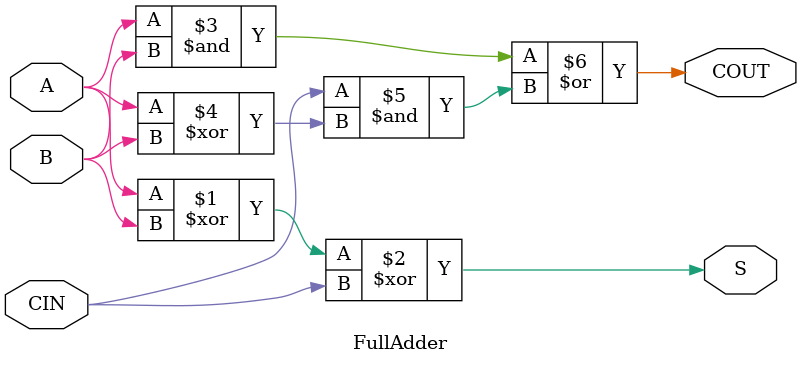
<source format=v>

module FullAdder(//inputs
                CIN,
                A,
                B,
                 //outputs
                 S,COUT);

input CIN;
input A;
input B;

output S;
output COUT;

assign S=A^B^CIN;
assign COUT=(A&B)|(CIN&(A^B));

endmodule

</source>
